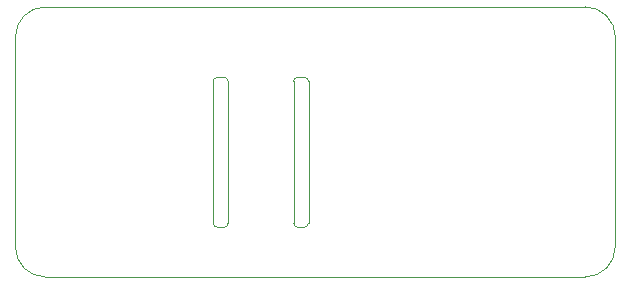
<source format=gbr>
G04 #@! TF.GenerationSoftware,KiCad,Pcbnew,(5.1.4)-1*
G04 #@! TF.CreationDate,2019-12-20T11:27:30-05:00*
G04 #@! TF.ProjectId,Feather-weather-station,46656174-6865-4722-9d77-656174686572,rev?*
G04 #@! TF.SameCoordinates,Original*
G04 #@! TF.FileFunction,Profile,NP*
%FSLAX46Y46*%
G04 Gerber Fmt 4.6, Leading zero omitted, Abs format (unit mm)*
G04 Created by KiCad (PCBNEW (5.1.4)-1) date 2019-12-20 11:27:30*
%MOMM*%
%LPD*%
G04 APERTURE LIST*
%ADD10C,0.100000*%
%ADD11C,0.050000*%
G04 APERTURE END LIST*
D10*
X136956800Y-56946800D02*
G75*
G02X137312400Y-57302400I0J-355600D01*
G01*
X136042400Y-57302400D02*
G75*
G02X136398000Y-56946800I355600J0D01*
G01*
X137312400Y-69291200D02*
G75*
G02X136956800Y-69646800I-355600J0D01*
G01*
X136398000Y-69646800D02*
G75*
G02X136042400Y-69291200I0J355600D01*
G01*
X144119600Y-69291200D02*
G75*
G02X143764000Y-69646800I-355600J0D01*
G01*
X143205200Y-69646800D02*
G75*
G02X142849600Y-69291200I0J355600D01*
G01*
X143764000Y-56946800D02*
G75*
G02X144119600Y-57302400I0J-355600D01*
G01*
X142849600Y-57302400D02*
G75*
G02X143205200Y-56946800I355600J0D01*
G01*
X144119600Y-57302400D02*
X144119600Y-69291200D01*
X143764000Y-69646800D02*
X143205200Y-69646800D01*
X143205200Y-56946800D02*
X143764000Y-56946800D01*
X142849600Y-69291200D02*
X142849600Y-57302400D01*
X136956800Y-69646800D02*
X136398000Y-69646800D01*
X137312400Y-57302400D02*
X137312400Y-69291200D01*
X136398000Y-56946800D02*
X136956800Y-56946800D01*
X136042400Y-69291200D02*
X136042400Y-57302400D01*
D11*
X170091100Y-71310500D02*
G75*
G02X167551100Y-73850500I-2540000J0D01*
G01*
X167551100Y-50990500D02*
G75*
G02X170091100Y-53530500I0J-2540000D01*
G01*
X119291100Y-53530500D02*
X119291100Y-71310500D01*
X121831100Y-73850500D02*
G75*
G02X119291100Y-71310500I0J2540000D01*
G01*
X121831100Y-50990500D02*
X167551100Y-50990500D01*
X119291100Y-53530500D02*
G75*
G02X121831100Y-50990500I2540000J0D01*
G01*
X170091100Y-71310500D02*
X170091100Y-53530500D01*
X167551100Y-73850500D02*
X121831100Y-73850500D01*
M02*

</source>
